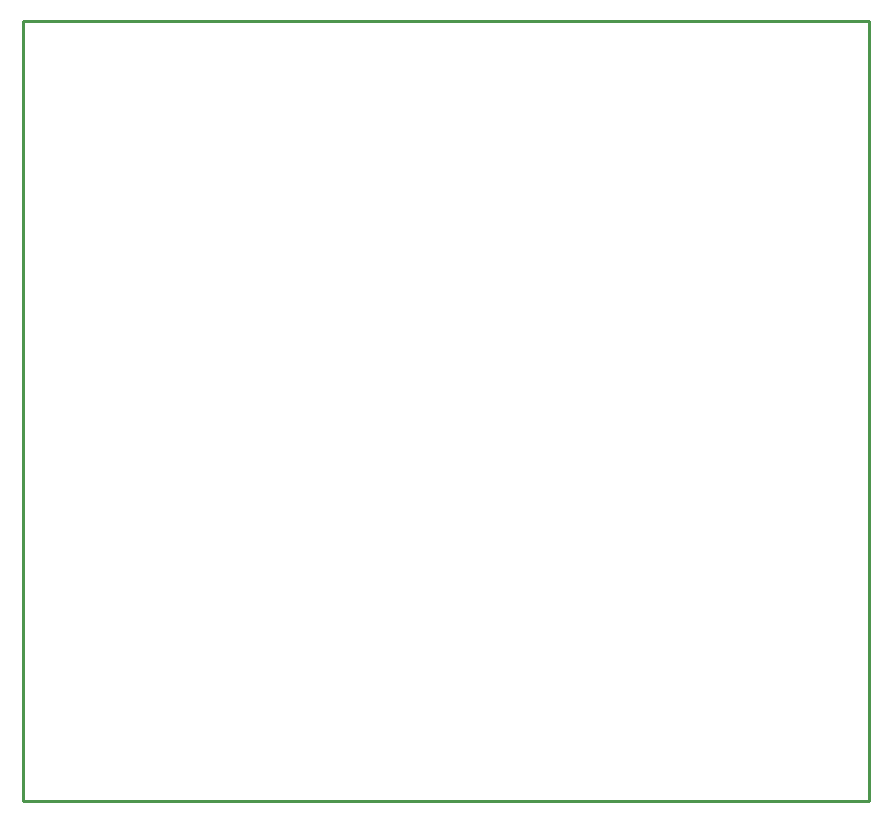
<source format=gko>
*
*
G04 PADS 9.3.1 Build Number: 456998 generated Gerber (RS-274-X) file*
G04 PC Version=2.1*
*
%IN "DistanceRadioRover.pcb"*%
*
%MOIN*%
*
%FSLAX35Y35*%
*
*
*
*
G04 PC Standard Apertures*
*
*
G04 Thermal Relief Aperture macro.*
%AMTER*
1,1,$1,0,0*
1,0,$1-$2,0,0*
21,0,$3,$4,0,0,45*
21,0,$3,$4,0,0,135*
%
*
*
G04 Annular Aperture macro.*
%AMANN*
1,1,$1,0,0*
1,0,$2,0,0*
%
*
*
G04 Odd Aperture macro.*
%AMODD*
1,1,$1,0,0*
1,0,$1-0.005,0,0*
%
*
*
G04 PC Custom Aperture Macros*
*
*
*
*
*
*
G04 PC Aperture Table*
*
%ADD010C,0.001*%
%ADD011C,0.01*%
*
*
*
*
G04 PC Circuitry*
G04 Layer Name DistanceRadioRover.pcb - circuitry*
%LPD*%
*
*
G04 PC Custom Flashes*
G04 Layer Name DistanceRadioRover.pcb - flashes*
%LPD*%
*
*
G04 PC Circuitry*
G04 Layer Name DistanceRadioRover.pcb - circuitry*
%LPD*%
*
G54D10*
G54D11*
G01X500Y500D02*
X282705D01*
Y260500*
X500*
Y500*
X0Y0D02*
M02*

</source>
